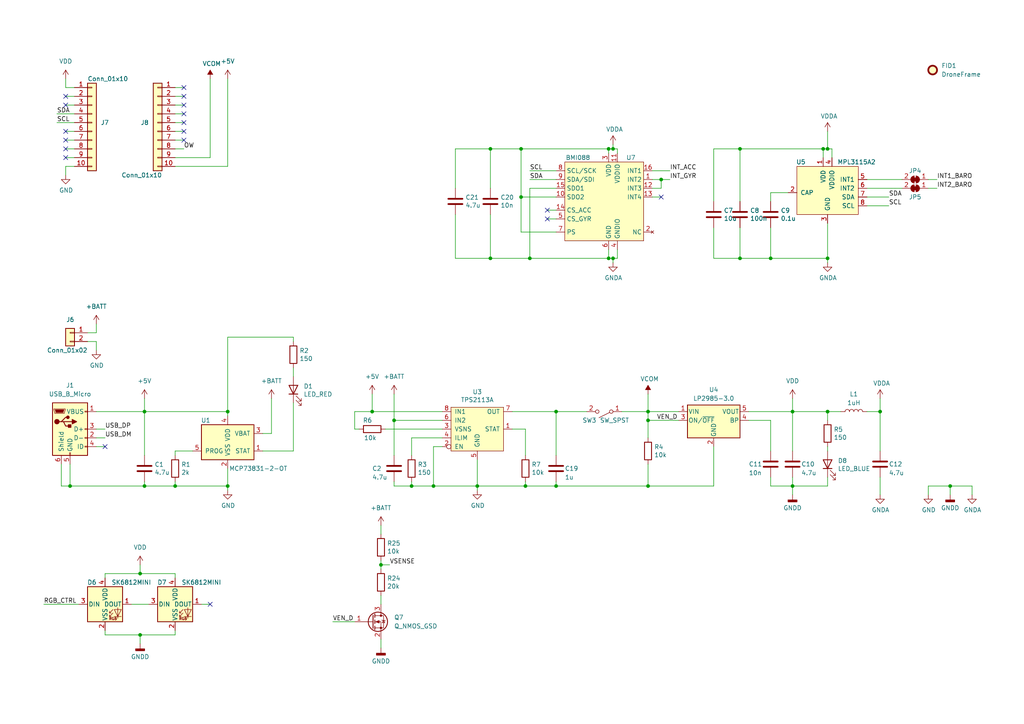
<source format=kicad_sch>
(kicad_sch (version 20230121) (generator eeschema)
  (paper "A4")
  (junction (at -69.85 29.21))
  (junction (at -30.48 71.12))
  (junction (at 82.55 222.25))
  (junction (at -52.07 128.27))
  (junction (at 82.55 266.7))
  (junction (at 176.53 43.18))
  (junction (at 187.96 140.97))
  (junction (at -54.61 128.27))
  (junction (at 125.73 140.97))
  (junction (at -74.93 104.14))
  (junction (at 177.8 43.18))
  (junction (at -5.08 -15.24))
  (junction (at 82.55 294.64))
  (junction (at 35.56 250.19))
  (junction (at 20.32 140.97))
  (junction (at -30.48 20.32))
  (junction (at 275.59 140.97))
  (junction (at 138.43 140.97))
  (junction (at 107.95 119.38))
  (junction (at 240.03 74.93))
  (junction (at 177.8 74.93))
  (junction (at 110.49 163.83))
  (junction (at 238.76 43.18))
  (junction (at 82.55 250.19))
  (junction (at 161.29 119.38))
  (junction (at 161.29 140.97))
  (junction (at 35.56 222.25))
  (junction (at -15.24 -15.24))
  (junction (at -5.08 -74.93))
  (junction (at 38.1 -15.24))
  (junction (at 223.52 74.93))
  (junction (at 176.53 74.93))
  (junction (at 214.63 74.93))
  (junction (at 40.64 184.15))
  (junction (at 38.1 -74.93))
  (junction (at 82.55 233.68))
  (junction (at 229.87 140.97))
  (junction (at 40.64 166.37))
  (junction (at 187.96 119.38))
  (junction (at -30.48 55.88))
  (junction (at 66.04 119.38))
  (junction (at -5.08 -60.96))
  (junction (at 66.04 140.97))
  (junction (at 26.67 240.03))
  (junction (at 255.27 119.38))
  (junction (at 119.38 140.97))
  (junction (at 41.91 119.38))
  (junction (at -15.24 -74.93))
  (junction (at 26.67 284.48))
  (junction (at 214.63 43.18))
  (junction (at 114.3 121.92))
  (junction (at 240.03 43.18))
  (junction (at 152.4 140.97))
  (junction (at 151.13 43.18))
  (junction (at 151.13 57.15))
  (junction (at 153.67 74.93))
  (junction (at 73.66 284.48))
  (junction (at -30.48 34.29))
  (junction (at 83.82 -45.72))
  (junction (at 35.56 233.68))
  (junction (at 229.87 119.38))
  (junction (at 191.77 52.07))
  (junction (at 41.91 140.97))
  (junction (at 142.24 74.93))
  (junction (at 50.8 140.97))
  (junction (at 35.56 278.13))
  (junction (at 35.56 266.7))
  (junction (at 82.55 278.13))
  (junction (at 73.66 240.03))
  (junction (at -68.58 46.99))
  (junction (at 187.96 121.92))
  (junction (at 240.03 119.38))
  (junction (at 35.56 294.64))
  (junction (at 142.24 43.18))
  (no_connect (at 53.34 33.02))
  (no_connect (at 19.05 40.64))
  (no_connect (at 19.05 38.1))
  (no_connect (at 19.05 30.48))
  (no_connect (at -30.48 106.68))
  (no_connect (at -30.48 96.52))
  (no_connect (at 19.05 43.18))
  (no_connect (at -30.48 104.14))
  (no_connect (at 53.34 27.94))
  (no_connect (at 30.48 129.54))
  (no_connect (at 158.75 60.96))
  (no_connect (at 60.96 175.26))
  (no_connect (at 53.34 25.4))
  (no_connect (at -30.48 114.3))
  (no_connect (at 53.34 30.48))
  (no_connect (at -72.39 88.9))
  (no_connect (at -30.48 101.6))
  (no_connect (at 19.05 45.72))
  (no_connect (at -30.48 116.84))
  (no_connect (at 53.34 38.1))
  (no_connect (at -30.48 119.38))
  (no_connect (at 53.34 40.64))
  (no_connect (at 158.75 63.5))
  (no_connect (at 19.05 27.94))
  (no_connect (at -30.48 111.76))
  (no_connect (at 53.34 35.56))
  (no_connect (at 191.77 57.15))
  (wire (pts (xy 19.05 45.72) (xy 21.59 45.72)))
  (wire (pts (xy 191.77 54.61) (xy 191.77 52.07)))
  (wire (pts (xy 125.73 140.97) (xy 138.43 140.97)))
  (wire (pts (xy 50.8 167.64) (xy 50.8 166.37)))
  (wire (pts (xy 35.56 265.43) (xy 35.56 266.7)))
  (wire (pts (xy 50.8 166.37) (xy 40.64 166.37)))
  (wire (pts (xy 158.75 63.5) (xy 161.29 63.5)))
  (wire (pts (xy -34.29 88.9) (xy -26.67 88.9)))
  (wire (pts (xy 207.01 43.18) (xy 207.01 58.42)))
  (wire (pts (xy 26.67 250.19) (xy 35.56 250.19)))
  (wire (pts (xy -5.08 -60.96) (xy -5.08 -46.99)))
  (wire (pts (xy 66.04 -30.48) (xy 96.52 -30.48)))
  (wire (pts (xy 176.53 44.45) (xy 176.53 43.18)))
  (wire (pts (xy 229.87 140.97) (xy 223.52 140.97)))
  (wire (pts (xy 241.3 43.18) (xy 240.03 43.18)))
  (wire (pts (xy -74.93 46.99) (xy -68.58 46.99)))
  (wire (pts (xy 82.55 265.43) (xy 82.55 266.7)))
  (wire (pts (xy 187.96 140.97) (xy 207.01 140.97)))
  (wire (pts (xy -34.29 93.98) (xy -31.75 93.98)))
  (wire (pts (xy 29.21 232.41) (xy 29.21 233.68)))
  (wire (pts (xy -34.29 91.44) (xy -26.67 91.44)))
  (wire (pts (xy 38.1 -15.24) (xy 38.1 -12.7)))
  (wire (pts (xy 161.29 139.7) (xy 161.29 140.97)))
  (wire (pts (xy 58.42 175.26) (xy 60.96 175.26)))
  (wire (pts (xy -49.53 20.32) (xy -30.48 20.32)))
  (wire (pts (xy 275.59 140.97) (xy 281.94 140.97)))
  (wire (pts (xy 128.27 127) (xy 119.38 127)))
  (wire (pts (xy 82.55 274.32) (xy 83.82 274.32)))
  (wire (pts (xy 26.67 294.64) (xy 35.56 294.64)))
  (wire (pts (xy 50.8 45.72) (xy 60.96 45.72)))
  (wire (pts (xy 30.48 182.88) (xy 30.48 184.15)))
  (wire (pts (xy 152.4 124.46) (xy 152.4 132.08)))
  (wire (pts (xy 82.55 278.13) (xy 82.55 279.4)))
  (wire (pts (xy 16.51 33.02) (xy 21.59 33.02)))
  (wire (pts (xy 66.04 119.38) (xy 66.04 97.79)))
  (wire (pts (xy 30.48 166.37) (xy 40.64 166.37)))
  (wire (pts (xy 66.04 -58.42) (xy 69.85 -58.42)))
  (wire (pts (xy 36.83 227.33) (xy 35.56 227.33)))
  (wire (pts (xy 60.96 22.86) (xy 60.96 45.72)))
  (wire (pts (xy 82.55 227.33) (xy 82.55 222.25)))
  (wire (pts (xy 110.49 152.4) (xy 110.49 154.94)))
  (wire (pts (xy 142.24 74.93) (xy 153.67 74.93)))
  (wire (pts (xy 80.01 -35.56) (xy 80.01 -36.83)))
  (wire (pts (xy 275.59 140.97) (xy 275.59 143.51)))
  (wire (pts (xy 78.74 115.57) (xy 78.74 125.73)))
  (wire (pts (xy -30.48 20.32) (xy -30.48 22.86)))
  (wire (pts (xy 41.91 139.7) (xy 41.91 140.97)))
  (wire (pts (xy -30.48 55.88) (xy -30.48 59.69)))
  (wire (pts (xy 128.27 129.54) (xy 125.73 129.54)))
  (wire (pts (xy -34.29 114.3) (xy -30.48 114.3)))
  (wire (pts (xy 161.29 140.97) (xy 187.96 140.97)))
  (wire (pts (xy 82.55 229.87) (xy 82.55 233.68)))
  (wire (pts (xy 72.39 240.03) (xy 73.66 240.03)))
  (wire (pts (xy 35.56 289.56) (xy 35.56 294.64)))
  (wire (pts (xy 40.64 166.37) (xy 40.64 163.83)))
  (wire (pts (xy 29.21 233.68) (xy 35.56 233.68)))
  (wire (pts (xy -49.53 36.83) (xy -68.58 36.83)))
  (wire (pts (xy 25.4 99.06) (xy 27.94 99.06)))
  (wire (pts (xy 76.2 125.73) (xy 78.74 125.73)))
  (wire (pts (xy 96.52 -74.93) (xy 38.1 -74.93)))
  (wire (pts (xy 66.04 -38.1) (xy 69.85 -38.1)))
  (wire (pts (xy 251.46 57.15) (xy 257.81 57.15)))
  (wire (pts (xy 76.2 232.41) (xy 76.2 233.68)))
  (wire (pts (xy 132.08 43.18) (xy 142.24 43.18)))
  (wire (pts (xy 30.48 184.15) (xy 40.64 184.15)))
  (wire (pts (xy 25.4 96.52) (xy 27.94 96.52)))
  (wire (pts (xy 20.32 140.97) (xy 20.32 134.62)))
  (wire (pts (xy 55.88 130.81) (xy 50.8 130.81)))
  (wire (pts (xy 269.24 140.97) (xy 275.59 140.97)))
  (wire (pts (xy 35.56 294.64) (xy 35.56 295.91)))
  (wire (pts (xy 119.38 139.7) (xy 119.38 140.97)))
  (wire (pts (xy -49.53 34.29) (xy -49.53 36.83)))
  (wire (pts (xy 35.56 271.78) (xy 35.56 266.7)))
  (wire (pts (xy 38.1 175.26) (xy 43.18 175.26)))
  (wire (pts (xy -49.53 41.91) (xy -49.53 39.37)))
  (wire (pts (xy 35.56 222.25) (xy 29.21 222.25)))
  (wire (pts (xy 26.67 293.37) (xy 26.67 294.64)))
  (wire (pts (xy -68.58 36.83) (xy -68.58 46.99)))
  (wire (pts (xy 255.27 138.43) (xy 255.27 143.51)))
  (wire (pts (xy 152.4 139.7) (xy 152.4 140.97)))
  (wire (pts (xy -72.39 88.9) (xy -69.85 88.9)))
  (wire (pts (xy 177.8 74.93) (xy 177.8 76.2)))
  (wire (pts (xy 111.76 124.46) (xy 128.27 124.46)))
  (wire (pts (xy 207.01 66.04) (xy 207.01 74.93)))
  (wire (pts (xy 251.46 59.69) (xy 257.81 59.69)))
  (wire (pts (xy 229.87 140.97) (xy 229.87 143.51)))
  (wire (pts (xy 238.76 43.18) (xy 240.03 43.18)))
  (wire (pts (xy 16.51 35.56) (xy 21.59 35.56)))
  (wire (pts (xy 187.96 134.62) (xy 187.96 140.97)))
  (wire (pts (xy -52.07 128.27) (xy -54.61 128.27)))
  (wire (pts (xy 107.95 119.38) (xy 128.27 119.38)))
  (wire (pts (xy 83.82 -45.72) (xy 83.82 -48.26)))
  (wire (pts (xy 50.8 30.48) (xy 53.34 30.48)))
  (wire (pts (xy 26.67 241.3) (xy 26.67 240.03)))
  (wire (pts (xy -19.05 91.44) (xy -13.97 91.44)))
  (wire (pts (xy 35.56 274.32) (xy 36.83 274.32)))
  (wire (pts (xy 35.56 278.13) (xy 35.56 279.4)))
  (wire (pts (xy 41.91 140.97) (xy 20.32 140.97)))
  (wire (pts (xy -15.24 -46.99) (xy -15.24 -74.93)))
  (wire (pts (xy 223.52 121.92) (xy 217.17 121.92)))
  (wire (pts (xy 66.04 48.26) (xy 66.04 22.86)))
  (wire (pts (xy 50.8 27.94) (xy 53.34 27.94)))
  (wire (pts (xy 35.56 274.32) (xy 35.56 278.13)))
  (wire (pts (xy 85.09 106.68) (xy 85.09 109.22)))
  (wire (pts (xy -49.53 52.07) (xy -49.53 55.88)))
  (wire (pts (xy 177.8 41.91) (xy 177.8 43.18)))
  (wire (pts (xy 240.03 119.38) (xy 240.03 121.92)))
  (wire (pts (xy 40.64 184.15) (xy 50.8 184.15)))
  (wire (pts (xy 180.34 119.38) (xy 187.96 119.38)))
  (wire (pts (xy 138.43 140.97) (xy 152.4 140.97)))
  (wire (pts (xy 29.21 276.86) (xy 29.21 278.13)))
  (wire (pts (xy 73.66 285.75) (xy 73.66 284.48)))
  (wire (pts (xy 35.56 229.87) (xy 36.83 229.87)))
  (wire (pts (xy -74.93 128.27) (xy -54.61 128.27)))
  (wire (pts (xy 26.67 240.03) (xy 27.94 240.03)))
  (wire (pts (xy 83.82 -45.72) (xy 87.63 -45.72)))
  (wire (pts (xy 132.08 62.23) (xy 132.08 74.93)))
  (wire (pts (xy -69.85 104.14) (xy -74.93 104.14)))
  (wire (pts (xy 27.94 119.38) (xy 41.91 119.38)))
  (wire (pts (xy -17.78 20.32) (xy -17.78 24.13)))
  (wire (pts (xy 50.8 40.64) (xy 53.34 40.64)))
  (wire (pts (xy 82.55 245.11) (xy 82.55 250.19)))
  (wire (pts (xy -78.74 99.06) (xy -69.85 99.06)))
  (wire (pts (xy -52.07 130.81) (xy -52.07 128.27)))
  (wire (pts (xy 26.67 248.92) (xy 26.67 250.19)))
  (wire (pts (xy 76.2 278.13) (xy 82.55 278.13)))
  (wire (pts (xy -59.69 46.99) (xy -57.15 46.99)))
  (wire (pts (xy 80.01 -44.45) (xy 80.01 -45.72)))
  (wire (pts (xy 255.27 119.38) (xy 251.46 119.38)))
  (wire (pts (xy 66.04 -45.72) (xy 69.85 -45.72)))
  (wire (pts (xy 83.82 271.78) (xy 82.55 271.78)))
  (wire (pts (xy 189.23 54.61) (xy 191.77 54.61)))
  (wire (pts (xy 223.52 130.81) (xy 223.52 121.92)))
  (wire (pts (xy -49.53 55.88) (xy -30.48 55.88)))
  (wire (pts (xy 19.05 48.26) (xy 21.59 48.26)))
  (wire (pts (xy 17.78 134.62) (xy 17.78 140.97)))
  (wire (pts (xy 125.73 129.54) (xy 125.73 140.97)))
  (wire (pts (xy -49.53 39.37) (xy -69.85 39.37)))
  (wire (pts (xy 151.13 43.18) (xy 176.53 43.18)))
  (wire (pts (xy 158.75 60.96) (xy 161.29 60.96)))
  (wire (pts (xy -17.78 34.29) (xy -30.48 34.29)))
  (wire (pts (xy 179.07 72.39) (xy 179.07 74.93)))
  (wire (pts (xy 50.8 184.15) (xy 50.8 182.88)))
  (wire (pts (xy -95.25 99.06) (xy -86.36 99.06)))
  (wire (pts (xy 132.08 54.61) (xy 132.08 43.18)))
  (wire (pts (xy -19.05 88.9) (xy -13.97 88.9)))
  (wire (pts (xy 66.04 -35.56) (xy 80.01 -35.56)))
  (wire (pts (xy -17.78 55.88) (xy -17.78 60.96)))
  (wire (pts (xy 30.48 167.64) (xy 30.48 166.37)))
  (wire (pts (xy 217.17 119.38) (xy 229.87 119.38)))
  (wire (pts (xy 110.49 163.83) (xy 113.03 163.83)))
  (wire (pts (xy -69.85 29.21) (xy -67.31 29.21)))
  (wire (pts (xy 114.3 132.08) (xy 114.3 121.92)))
  (wire (pts (xy -5.08 -39.37) (xy -5.08 -15.24)))
  (wire (pts (xy -34.29 119.38) (xy -30.48 119.38)))
  (wire (pts (xy -5.08 -15.24) (xy 38.1 -15.24)))
  (wire (pts (xy 80.01 -45.72) (xy 83.82 -45.72)))
  (wire (pts (xy 73.66 240.03) (xy 74.93 240.03)))
  (wire (pts (xy -49.53 24.13) (xy -49.53 20.32)))
  (wire (pts (xy 82.55 294.64) (xy 82.55 295.91)))
  (wire (pts (xy 223.52 66.04) (xy 223.52 74.93)))
  (wire (pts (xy 66.04 -50.8) (xy 69.85 -50.8)))
  (wire (pts (xy 187.96 119.38) (xy 196.85 119.38)))
  (wire (pts (xy 66.04 -53.34) (xy 69.85 -53.34)))
  (wire (pts (xy 189.23 57.15) (xy 191.77 57.15)))
  (wire (pts (xy 85.09 97.79) (xy 85.09 99.06)))
  (wire (pts (xy 138.43 140.97) (xy 138.43 142.24)))
  (wire (pts (xy 269.24 143.51) (xy 269.24 140.97)))
  (wire (pts (xy -30.48 69.85) (xy -30.48 71.12)))
  (wire (pts (xy 114.3 140.97) (xy 119.38 140.97)))
  (wire (pts (xy 41.91 140.97) (xy 50.8 140.97)))
  (wire (pts (xy 161.29 119.38) (xy 161.29 132.08)))
  (wire (pts (xy 207.01 74.93) (xy 214.63 74.93)))
  (wire (pts (xy 82.55 220.98) (xy 82.55 222.25)))
  (wire (pts (xy 102.87 119.38) (xy 107.95 119.38)))
  (wire (pts (xy 96.52 -30.48) (xy 96.52 -36.83)))
  (wire (pts (xy -5.08 -74.93) (xy -5.08 -72.39)))
  (wire (pts (xy 176.53 43.18) (xy 177.8 43.18)))
  (wire (pts (xy 114.3 139.7) (xy 114.3 140.97)))
  (wire (pts (xy 27.94 127) (xy 30.48 127)))
  (wire (pts (xy 29.21 266.7) (xy 29.21 269.24)))
  (wire (pts (xy -34.29 111.76) (xy -30.48 111.76)))
  (wire (pts (xy 151.13 57.15) (xy 161.29 57.15)))
  (wire (pts (xy 73.66 293.37) (xy 73.66 294.64)))
  (wire (pts (xy -49.53 77.47) (xy -49.53 81.28)))
  (wire (pts (xy 76.2 233.68) (xy 82.55 233.68)))
  (wire (pts (xy 187.96 121.92) (xy 196.85 121.92)))
  (wire (pts (xy 189.23 49.53) (xy 194.31 49.53)))
  (wire (pts (xy 50.8 25.4) (xy 53.34 25.4)))
  (wire (pts (xy 73.66 294.64) (xy 82.55 294.64)))
  (wire (pts (xy 35.56 233.68) (xy 35.56 234.95)))
  (wire (pts (xy 27.94 124.46) (xy 30.48 124.46)))
  (wire (pts (xy 27.94 96.52) (xy 27.94 93.98)))
  (wire (pts (xy 229.87 119.38) (xy 240.03 119.38)))
  (wire (pts (xy 66.04 -43.18) (xy 69.85 -43.18)))
  (wire (pts (xy 223.52 74.93) (xy 240.03 74.93)))
  (wire (pts (xy 35.56 227.33) (xy 35.56 222.25)))
  (wire (pts (xy 153.67 74.93) (xy 176.53 74.93)))
  (wire (pts (xy 161.29 119.38) (xy 170.18 119.38)))
  (wire (pts (xy 73.66 241.3) (xy 73.66 240.03)))
  (wire (pts (xy 73.66 248.92) (xy 73.66 250.19)))
  (wire (pts (xy -74.93 124.46) (xy -74.93 128.27)))
  (wire (pts (xy 281.94 140.97) (xy 281.94 143.51)))
  (wire (pts (xy 29.21 278.13) (xy 35.56 278.13)))
  (wire (pts (xy -15.24 -15.24) (xy -25.4 -15.24)))
  (wire (pts (xy 151.13 57.15) (xy 151.13 43.18)))
  (wire (pts (xy 187.96 114.3) (xy 187.96 119.38)))
  (wire (pts (xy 19.05 25.4) (xy 21.59 25.4)))
  (wire (pts (xy -34.29 99.06) (xy -31.75 99.06)))
  (wire (pts (xy 261.62 54.61) (xy 251.46 54.61)))
  (wire (pts (xy 191.77 52.07) (xy 194.31 52.07)))
  (wire (pts (xy 176.53 72.39) (xy 176.53 74.93)))
  (wire (pts (xy 82.55 274.32) (xy 82.55 278.13)))
  (wire (pts (xy 35.56 266.7) (xy 29.21 266.7)))
  (wire (pts (xy 132.08 74.93) (xy 142.24 74.93)))
  (wire (pts (xy 36.83 271.78) (xy 35.56 271.78)))
  (wire (pts (xy 229.87 115.57) (xy 229.87 119.38)))
  (wire (pts (xy 57.15 240.03) (xy 64.77 240.03)))
  (wire (pts (xy 27.94 99.06) (xy 27.94 101.6)))
  (wire (pts (xy -25.4 -74.93) (xy -15.24 -74.93)))
  (wire (pts (xy 102.87 124.46) (xy 102.87 119.38)))
  (wire (pts (xy 187.96 119.38) (xy 187.96 121.92)))
  (wire (pts (xy 161.29 54.61) (xy 153.67 54.61)))
  (wire (pts (xy -34.29 106.68) (xy -30.48 106.68)))
  (wire (pts (xy 214.63 74.93) (xy 223.52 74.93)))
  (wire (pts (xy 73.66 250.19) (xy 82.55 250.19)))
  (wire (pts (xy -74.93 29.21) (xy -69.85 29.21)))
  (wire (pts (xy 76.2 276.86) (xy 76.2 278.13)))
  (wire (pts (xy 119.38 127) (xy 119.38 132.08)))
  (wire (pts (xy -95.25 96.52) (xy -86.36 96.52)))
  (wire (pts (xy 153.67 49.53) (xy 161.29 49.53)))
  (wire (pts (xy 238.76 45.72) (xy 238.76 43.18)))
  (wire (pts (xy 114.3 114.3) (xy 114.3 121.92)))
  (wire (pts (xy 240.03 74.93) (xy 240.03 76.2)))
  (wire (pts (xy 114.3 121.92) (xy 128.27 121.92)))
  (wire (pts (xy -52.07 128.27) (xy -49.53 128.27)))
  (wire (pts (xy 138.43 133.35) (xy 138.43 140.97)))
  (wire (pts (xy 87.63 -45.72) (xy 87.63 -44.45)))
  (wire (pts (xy 19.05 50.8) (xy 19.05 48.26)))
  (wire (pts (xy 2.54 -50.8) (xy 10.16 -50.8)))
  (wire (pts (xy 96.52 -44.45) (xy 96.52 -74.93)))
  (wire (pts (xy 50.8 140.97) (xy 66.04 140.97)))
  (wire (pts (xy -59.69 29.21) (xy -57.15 29.21)))
  (wire (pts (xy -34.29 104.14) (xy -30.48 104.14)))
  (wire (pts (xy 142.24 43.18) (xy 151.13 43.18)))
  (wire (pts (xy -54.61 128.27) (xy -54.61 127)))
  (wire (pts (xy 255.27 130.81) (xy 255.27 119.38)))
  (wire (pts (xy 82.55 229.87) (xy 83.82 229.87)))
  (wire (pts (xy -5.08 -74.93) (xy 38.1 -74.93)))
  (wire (pts (xy 176.53 74.93) (xy 177.8 74.93)))
  (wire (pts (xy -25.4 -39.37) (xy -25.4 -15.24)))
  (wire (pts (xy -30.48 34.29) (xy -30.48 36.83)))
  (wire (pts (xy 153.67 52.07) (xy 161.29 52.07)))
  (wire (pts (xy 261.62 52.07) (xy 251.46 52.07)))
  (wire (pts (xy 240.03 138.43) (xy 240.03 140.97)))
  (wire (pts (xy 151.13 67.31) (xy 151.13 57.15)))
  (wire (pts (xy 104.14 124.46) (xy 102.87 124.46)))
  (wire (pts (xy 179.07 43.18) (xy 179.07 44.45)))
  (wire (pts (xy 35.56 229.87) (xy 35.56 233.68)))
  (wire (pts (xy 19.05 22.86) (xy 19.05 25.4)))
  (wire (pts (xy 19.05 43.18) (xy 21.59 43.18)))
  (wire (pts (xy 66.04 135.89) (xy 66.04 140.97)))
  (wire (pts (xy 35.56 250.19) (xy 35.56 251.46)))
  (wire (pts (xy 107.95 114.3) (xy 107.95 119.38)))
  (wire (pts (xy -5.08 -60.96) (xy 10.16 -60.96)))
  (wire (pts (xy 35.56 245.11) (xy 35.56 250.19)))
  (wire (pts (xy 87.63 -33.02) (xy 87.63 -36.83)))
  (wire (pts (xy 223.52 140.97) (xy 223.52 138.43)))
  (wire (pts (xy 148.59 124.46) (xy 152.4 124.46)))
  (wire (pts (xy 50.8 43.18) (xy 53.34 43.18)))
  (wire (pts (xy 35.56 220.98) (xy 35.56 222.25)))
  (wire (pts (xy -15.24 -15.24) (xy -5.08 -15.24)))
  (wire (pts (xy -15.24 -74.93) (xy -5.08 -74.93)))
  (wire (pts (xy 82.55 222.25) (xy 76.2 222.25)))
  (wire (pts (xy 189.23 52.07) (xy 191.77 52.07)))
  (wire (pts (xy 41.91 119.38) (xy 66.04 119.38)))
  (wire (pts (xy 269.24 52.07) (xy 271.78 52.07)))
  (wire (pts (xy 76.2 130.81) (xy 85.09 130.81)))
  (wire (pts (xy 142.24 62.23) (xy 142.24 74.93)))
  (wire (pts (xy 96.52 180.34) (xy 102.87 180.34)))
  (wire (pts (xy 269.24 54.61) (xy 271.78 54.61)))
  (wire (pts (xy 161.29 67.31) (xy 151.13 67.31)))
  (wire (pts (xy 83.82 227.33) (xy 82.55 227.33)))
  (wire (pts (xy 66.04 140.97) (xy 66.04 142.24)))
  (wire (pts (xy 214.63 43.18) (xy 207.01 43.18)))
  (wire (pts (xy 50.8 35.56) (xy 53.34 35.56)))
  (wire (pts (xy 38.1 -74.93) (xy 38.1 -66.04)))
  (wire (pts (xy 110.49 185.42) (xy 110.49 187.96)))
  (wire (pts (xy 41.91 132.08) (xy 41.91 119.38)))
  (wire (pts (xy -34.29 96.52) (xy -30.48 96.52)))
  (wire (pts (xy -17.78 71.12) (xy -17.78 68.58)))
  (wire (pts (xy 19.05 38.1) (xy 21.59 38.1)))
  (wire (pts (xy 240.03 119.38) (xy 243.84 119.38)))
  (wire (pts (xy 142.24 54.61) (xy 142.24 43.18)))
  (wire (pts (xy 50.8 33.02) (xy 53.34 33.02)))
  (wire (pts (xy 110.49 172.72) (xy 110.49 175.26)))
  (wire (pts (xy 50.8 139.7) (xy 50.8 140.97)))
  (wire (pts (xy 223.52 58.42) (xy 223.52 55.88)))
  (wire (pts (xy 66.04 -25.4) (xy 69.85 -25.4)))
  (wire (pts (xy 76.2 266.7) (xy 76.2 269.24)))
  (wire (pts (xy 26.67 284.48) (xy 27.94 284.48)))
  (wire (pts (xy 240.03 140.97) (xy 229.87 140.97)))
  (wire (pts (xy 27.94 129.54) (xy 30.48 129.54)))
  (wire (pts (xy 38.1 -20.32) (xy 38.1 -15.24)))
  (wire (pts (xy 41.91 115.57) (xy 41.91 119.38)))
  (wire (pts (xy 153.67 54.61) (xy 153.67 74.93)))
  (wire (pts (xy 50.8 38.1) (xy 53.34 38.1)))
  (wire (pts (xy 19.05 40.64) (xy 21.59 40.64)))
  (wire (pts (xy 229.87 138.43) (xy 229.87 140.97)))
  (wire (pts (xy 66.04 -27.94) (xy 69.85 -27.94)))
  (wire (pts (xy 82.55 289.56) (xy 82.55 294.64)))
  (wire (pts (xy 66.04 -60.96) (xy 69.85 -60.96)))
  (wire (pts (xy 110.49 163.83) (xy 110.49 165.1)))
  (wire (pts (xy 255.27 115.57) (xy 255.27 119.38)))
  (wire (pts (xy 50.8 48.26) (xy 66.04 48.26)))
  (wire (pts (xy 26.67 285.75) (xy 26.67 284.48)))
  (wire (pts (xy 2.54 -53.34) (xy 10.16 -53.34)))
  (wire (pts (xy -49.53 128.27) (xy -49.53 127)))
  (wire (pts (xy 57.15 284.48) (xy 64.77 284.48)))
  (wire (pts (xy 177.8 43.18) (xy 179.07 43.18)))
  (wire (pts (xy -34.29 116.84) (xy -30.48 116.84)))
  (wire (pts (xy -30.48 20.32) (xy -17.78 20.32)))
  (wire (pts (xy 82.55 266.7) (xy 76.2 266.7)))
  (wire (pts (xy -15.24 -39.37) (xy -15.24 -15.24)))
  (wire (pts (xy -78.74 96.52) (xy -69.85 96.52)))
  (wire (pts (xy 66.04 -40.64) (xy 69.85 -40.64)))
  (wire (pts (xy 119.38 140.97) (xy 125.73 140.97)))
  (wire (pts (xy 38.1 -76.2) (xy 38.1 -74.93)))
  (wire (pts (xy -25.4 -46.99) (xy -25.4 -74.93)))
  (wire (pts (xy 229.87 119.38) (xy 229.87 130.81)))
  (wire (pts (xy 66.04 -33.02) (xy 87.63 -33.02)))
  (wire (pts (xy 223.52 55.88) (xy 228.6 55.88)))
  (wire (pts (xy 238.76 43.18) (xy 214.63 43.18)))
  (wire (pts (xy 19.05 27.94) (xy 21.59 27.94)))
  (wire (pts (xy -30.48 71.12) (xy -30.48 73.66)))
  (wire (pts (xy 207.01 129.54) (xy 207.01 140.97)))
  (wire (pts (xy 19.05 30.48) (xy 21.59 30.48)))
  (wire (pts (xy 241.3 45.72) (xy 241.3 43.18)))
  (wire (pts (xy 82.55 250.19) (xy 82.55 251.46)))
  (wire (pts (xy 25.4 284.48) (xy 26.67 284.48)))
  (wire (pts (xy 73.66 284.48) (xy 74.93 284.48)))
  (wire (pts (xy 177.8 74.93) (xy 179.07 74.93)))
  (wire (pts (xy 29.21 222.25) (xy 29.21 224.79)))
  (wire (pts (xy 40.64 184.15) (xy 40.64 186.69)))
  (wire (pts (xy 82.55 233.68) (xy 82.55 234.95)))
  (wire (pts (xy 214.63 66.04) (xy 214.63 74.93)))
  (wire (pts (xy 66.04 119.38) (xy 66.04 120.65)))
  (wire (pts (xy 85.09 116.84) (xy 85.09 130.81)))
  (wire (pts (xy 152.4 140.97) (xy 161.29 140.97)))
  (wire (pts (xy 66.04 97.79) (xy 85.09 97.79)))
  (wire (pts (xy -5.08 -64.77) (xy -5.08 -60.96)))
  (wire (pts (xy 10.16 284.48) (xy 17.78 284.48)))
  (wire (pts (xy 240.03 43.18) (xy 240.03 38.1)))
  (wire (pts (xy -34.29 101.6) (xy -30.48 101.6)))
  (wire (pts (xy 148.59 119.38) (xy 161.29 119.38)))
  (wire (pts (xy 214.63 43.18) (xy 214.63 58.42)))
  (wire (pts (xy -17.78 31.75) (xy -17.78 34.29)))
  (wire (pts (xy 25.4 240.03) (xy 26.67 240.03)))
  (wire (pts (xy -30.48 55.88) (xy -17.78 55.88)))
  (wire (pts (xy -30.48 33.02) (xy -30.48 34.29)))
  (wire (pts (xy 17.78 140.97) (xy 20.32 140.97)))
  (wire (pts (xy 240.03 64.77) (xy 240.03 74.93)))
  (wire (pts (xy -69.85 39.37) (xy -69.85 29.21)))
  (wire (pts (xy 110.49 162.56) (xy 110.49 163.83)))
  (wire (pts (xy -74.93 77.47) (xy -74.93 104.14)))
  (wire (pts (xy 10.16 240.03) (xy 17.78 240.03)))
  (wire (pts (xy 76.2 222.25) (xy 76.2 224.79)))
  (wire (pts (xy -30.48 71.12) (xy -17.78 71.12)))
  (wire (pts (xy 72.39 284.48) (xy 73.66 284.48)))
  (wire (pts (xy 50.8 130.81) (xy 50.8 132.08)))
  (wire (pts (xy 187.96 121.92) (xy 187.96 127)))
  (wire (pts (xy 12.7 175.26) (xy 22.86 175.26)))
  (wire (pts (xy 82.55 271.78) (xy 82.55 266.7)))
  (wire (pts (xy -54.61 77.47) (xy -54.61 81.28)))
  (wire (pts (xy 240.03 129.54) (xy 240.03 130.81)))
  (wire (pts (xy -74.93 104.14) (xy -74.93 116.84)))
  (wire (pts (xy -68.58 46.99) (xy -67.31 46.99)))
  (text "TODO add UART Programmer Port" (at -76.2 67.31 0) (effects (font (size 1.27 1.27)) (justify left bottom)))
  (label "VSENSE" (at 113.03 163.83 0))
  (label "USB_DM" (at 30.48 127 0))
  (label "GPIO9" (at 69.85 -27.94 0))
  (label "OW" (at 2.54 -50.8 0))
  (label "SCL" (at 153.67 49.53 0))
  (label "SDA" (at 72.39 -35.56 0))
  (label "MOTOR2" (at 57.15 240.03 0))
  (label "SDA" (at 16.51 33.02 0))
  (label "INT1_BARO" (at 69.85 -25.4 0))
  (label "INT_GYR" (at 194.31 52.07 0))
  (label "INT2_BARO" (at 271.78 54.61 0))
  (label "MOTOR3" (at 69.85 -40.64 0))
  (label "GPIO9" (at -34.29 55.88 0))
  (label "INT_GYR" (at 69.85 -50.8 0))
  (label "VEN_D" (at 190.5 121.92 0))
  (label "SDA" (at 257.81 57.15 0))
  (label "OW" (at 53.34 43.18 0))
  (label "SCL" (at 16.51 35.56 0))
  (label "MOTOR4" (at 57.15 284.48 0))
  (label "RGB_CTRL" (at 12.7 175.26 0))
  (label "CHIP_EN" (at -1.27 -60.96 0))
  (label "SCL" (at 72.39 -33.02 0))
  (label "INT_ACC" (at 69.85 -53.34 0))
  (label "UORXD" (at -13.97 88.9 0))
  (label "U0RXD" (at 69.85 -60.96 0))
  (label "MOTOR3" (at 10.16 284.48 0))
  (label "MOTOR1" (at 10.16 240.03 0))
  (label "U0TXD" (at 69.85 -58.42 0))
  (label "MOTOR1" (at 69.85 -45.72 0))
  (label "USB_DP" (at -95.25 99.06 0))
  (label "SCL" (at 257.81 59.69 0))
  (label "RTS" (at -31.75 93.98 0))
  (label "DTR" (at -74.93 29.21 0))
  (label "USB_DM" (at -95.25 96.52 0))
  (label "USB_DP" (at 30.48 124.46 0))
  (label "VEN_D" (at 96.52 180.34 0))
  (label "U0TXD" (at -13.97 91.44 0))
  (label "INT1_BARO" (at 271.78 52.07 0))
  (label "MOTOR2" (at 69.85 -43.18 0))
  (label "DTR" (at -31.75 99.06 0))
  (label "MOTOR4" (at 69.85 -38.1 0))
  (label "CHIP_EN" (at -34.29 20.32 0))
  (label "RGB_CTRL" (at 69.85 -30.48 0))
  (label "RTS" (at -74.93 46.99 0))
  (label "INT_ACC" (at 194.31 49.53 0))
  (label "SDA" (at 153.67 52.07 0))
  (label "VSENSE" (at 2.54 -53.34 0))
  (symbol (lib_id "riskybird-rescue:MCP73831-2-OT-Battery_Management") (at 66.04 128.27 0) (unit 1)
    (property "Reference" "U1" (at 59.69 121.92 0))
    (property "Value" "MCP73831-2-OT" (at 74.93 135.89 0))
    (property "Footprint" "Package_TO_SOT_SMD:SOT-23-5" (effects hide))
    (property "Datasheet" "http://ww1.microchip.com/downloads/en/DeviceDoc/20001984g.pdf" (effects hide))
  )
  (symbol (lib_id "riskybird-rescue:MPL3115A2-slice") (at 240.03 55.88 0) (unit 1)
    (property "Reference" "U5" (at 233.68 46.99 0) (effects (justify right)))
    (property "Value" "MPL3115A2" (at 254 46.99 0) (effects (justify right)))
    (property "Footprint" "riskybird:MPL3115A2" (effects hide))
  )
  (symbol (lib_id "Device:C") (at 223.52 62.23 0) (unit 1)
    (property "Reference" "C9" (at 226.441 61.0616 0) (effects (justify left)))
    (property "Value" "0.1u" (at 226.441 63.373 0) (effects (justify left)))
    (property "Footprint" "Capacitor_SMD:C_0603_1608Metric_Pad1.08x0.95mm_HandSolder" (effects hide))
  )
  (symbol (lib_id "Device:C") (at 214.63 62.23 0) (unit 1)
    (property "Reference" "C8" (at 217.551 61.0616 0) (effects (justify left)))
    (property "Value" "100n" (at 217.551 63.373 0) (effects (justify left)))
    (property "Footprint" "Capacitor_SMD:C_0603_1608Metric_Pad1.08x0.95mm_HandSolder" (effects hide))
  )
  (symbol (lib_id "Device:C") (at 207.01 62.23 0) (unit 1)
    (property "Reference" "C7" (at 209.931 61.0616 0) (effects (justify left)))
    (property "Value" "10u" (at 209.931 63.373 0) (effects (justify left)))
    (property "Footprint" "Capacitor_SMD:C_0603_1608Metric_Pad1.08x0.95mm_HandSolder" (effects hide))
  )
  (symbol (lib_id "power:GNDA") (at 240.03 76.2 0) (unit 1)
    (property "Reference" "#PWR0104" (effects hide))
    (property "Value" "GNDA" (at 240.157 80.5942 0))
  )
  (symbol (lib_id "power:VDDA") (at 240.03 38.1 0) (unit 1)
    (property "Reference" "#PWR0105" (effects hide))
    (property "Value" "VDDA" (at 240.4618 33.7058 0))
  )
  (symbol (lib_id "Jumper:SolderJumper_2_Bridged") (at 265.43 52.07 180) (unit 1)
    (property "Reference" "JP4" (at 265.43 49.53 0))
    (property "Value" "SolderJumper_2_Bridged" (effects hide))
    (property "Footprint" "Jumper:SolderJumper-2_P1.3mm_Bridged_Pad1.0x1.5mm" (effects hide))
  )
  (symbol (lib_id "Jumper:SolderJumper_2_Bridged") (at 265.43 54.61 0) (mirror y) (unit 1)
    (property "Reference" "JP5" (at 265.43 57.15 0))
    (property "Value" "SolderJumper_2_Bridged" (effects hide))
    (property "Footprint" "Jumper:SolderJumper-2_P1.3mm_Bridged_Pad1.0x1.5mm" (effects hide))
  )
  (symbol (lib_id "riskybird-rescue:TPS2113A-slice") (at 138.43 120.65 0) (unit 1)
    (property "Reference" "U3" (at 138.43 113.665 0))
    (property "Value" "TPS2113A" (at 138.43 115.9764 0))
    (property "Footprint" "Package_SO:TSSOP-8_4.4x3mm_P0.65mm" (effects hide))
  )
  (symbol (lib_id "power:GND") (at 138.43 142.24 0) (unit 1)
    (property "Reference" "#PWR0102" (effects hide))
    (property "Value" "GND" (at 138.557 146.6342 0))
  )
  (symbol (lib_id "Device:R") (at 119.38 135.89 0) (unit 1)
    (property "Reference" "R3" (at 121.158 134.7216 0) (effects (justify left)))
    (property "Value" "150" (at 121.158 137.033 0) (effects (justify left)))
    (property "Footprint" "Resistor_SMD:R_0603_1608Metric_Pad0.98x0.95mm_HandSolder" (effects hide))
  )
  (symbol (lib_id "Device:R") (at 50.8 135.89 0) (unit 1)
    (property "Reference" "R1" (at 52.578 134.7216 0) (effects (justify left)))
    (property "Value" "2k" (at 52.578 137.033 0) (effects (justify left)))
    (property "Footprint" "Resistor_SMD:R_0603_1608Metric_Pad0.98x0.95mm_HandSolder" (effects hide))
  )
  (symbol (lib_id "Device:C") (at 41.91 135.89 0) (unit 1)
    (property "Reference" "C1" (at 44.831 134.7216 0) (effects (justify left)))
    (property "Value" "4.7u" (at 44.831 137.033 0) (effects (justify left)))
    (property "Footprint" "Capacitor_SMD:C_0603_1608Metric_Pad1.08x0.95mm_HandSolder" (effects hide))
  )
  (symbol (lib_id "Device:C") (at 114.3 135.89 0) (unit 1)
    (property "Reference" "C2" (at 107.95 135.89 0) (effects (justify left)))
    (property "Value" "4.7u" (at 107.95 138.43 0) (effects (justify left)))
    (property "Footprint" "Capacitor_SMD:C_0603_1608Metric_Pad1.08x0.95mm_HandSolder" (effects hide))
  )
  (symbol (lib_id "Device:LED") (at 85.09 113.03 90) (unit 1)
    (property "Reference" "D1" (at 88.0618 112.0394 90) (effects (justify right)))
    (property "Value" "LED_RED" (at 88.0618 114.3508 90) (effects (justify right)))
    (property "Footprint" "LED_SMD:LED_0805_2012Metric_Pad1.15x1.40mm_HandSolder" (effects hide))
  )
  (symbol (lib_id "Device:R") (at 85.09 102.87 0) (unit 1)
    (property "Reference" "R2" (at 86.868 101.7016 0) (effects (justify left)))
    (property "Value" "150" (at 86.868 104.013 0) (effects (justify left)))
    (property "Footprint" "Resistor_SMD:R_0603_1608Metric_Pad0.98x0.95mm_HandSolder" (effects hide))
  )
  (symbol (lib_id "Device:Q_NMOS_GSD") (at 80.01 240.03 0) (unit 1)
    (property "Reference" "Q2" (at 86.36 238.76 0) (effects (justify left)))
    (property "Value" "SI2302" (at 86.36 241.3 0) (effects (justify left)))
    (property "Footprint" "Package_TO_SOT_SMD:SOT-23" (effects hide))
  )
  (symbol (lib_id "power:GNDD") (at 275.59 143.51 0) (unit 1)
    (property "Reference" "#PWR021" (effects hide))
    (property "Value" "GNDD" (at 275.59 147.32 0))
  )
  (symbol (lib_id "Regulator_Linear:LP2985-3.0") (at 207.01 121.92 0) (unit 1)
    (property "Reference" "U4" (at 207.01 113.03 0))
    (property "Value" "LP2985-3.0" (at 207.01 115.57 0))
    (property "Footprint" "Package_TO_SOT_SMD:SOT-23-5" (effects hide))
    (property "Datasheet" "http://www.ti.com/lit/ds/symlink/lp2985.pdf" (effects hide))
  )
  (symbol (lib_id "Device:R") (at 152.4 135.89 0) (unit 1)
    (property "Reference" "R7" (at 154.178 134.7216 0) (effects (justify left)))
    (property "Value" "10k" (at 154.178 137.033 0) (effects (justify left)))
    (property "Footprint" "Resistor_SMD:R_0603_1608Metric_Pad0.98x0.95mm_HandSolder" (effects hide))
  )
  (symbol (lib_id "Connector_Generic:Conn_01x10") (at 45.72 35.56 0) (mirror y) (unit 1)
    (property "Reference" "J8" (at 43.18 35.56 0) (effects (justify left)))
    (property "Value" "Conn_01x10" (at 46.99 50.8 0) (effects (justify left)))
    (property "Footprint" "riskybird:PinHeader_1x10_P2.00mm_Vertical_SMD_Pin1Right_THT" (effects hide))
  )
  (symbol (lib_id "power:GND") (at 82.55 251.46 0) (unit 1)
    (property "Reference" "#PWR07" (effects hide))
    (property "Value" "GND" (at 82.677 255.8542 0))
  )
  (symbol (lib_id "Connector_Generic:Conn_01x02") (at 88.9 271.78 0) (unit 1)
    (property "Reference" "J5" (at 91.44 271.78 0) (effects (justify left)))
    (property "Value" "Conn_01x02" (at 91.44 274.32 0) (effects (justify left)))
    (property "Footprint" "Connector_Molex:Molex_PicoBlade_53048-0210_1x02_P1.25mm_Horizontal" (effects hide))
  )
  (symbol (lib_id "Device:C") (at 229.87 134.62 0) (unit 1)
    (property "Reference" "C10" (at 232.41 134.62 0) (effects (justify left)))
    (property "Value" "4.7u" (at 232.41 137.16 0) (effects (justify left)))
    (property "Footprint" "Capacitor_SMD:C_0603_1608Metric_Pad1.08x0.95mm_HandSolder" (effects hide))
  )
  (symbol (lib_id "Device:C") (at -5.08 -43.18 0) (unit 1)
    (property "Reference" "C14" (at -2.159 -44.3484 0) (effects (justify left)))
    (property "Value" "0.1u" (at -2.159 -42.037 0) (effects (justify left)))
    (property "Footprint" "Capacitor_SMD:C_0603_1608Metric_Pad1.08x0.95mm_HandSolder" (effects hide))
  )
  (symbol (lib_id "Device:C") (at 223.52 134.62 0) (unit 1)
    (property "Reference" "C11" (at 217.17 134.62 0) (effects (justify left)))
    (property "Value" "10n" (at 217.17 137.16 0) (effects (justify left)))
    (property "Footprint" "Capacitor_SMD:C_0603_1608Metric_Pad1.08x0.95mm_HandSolder" (effects hide))
  )
  (symbol (lib_id "Device:C") (at -25.4 -43.18 0) (unit 1)
    (property "Reference" "C16" (at -22.479 -44.3484 0) (effects (justify left)))
    (property "Value" "10u" (at -22.479 -42.037 0) (effects (justify left)))
    (property "Footprint" "Capacitor_SMD:C_0603_1608Metric_Pad1.08x0.95mm_HandSolder" (effects hide))
  )
  (symbol (lib_id "Espressif:ESP32-C3-WROOM-02") (at 38.1 -43.18 0) (unit 1)
    (property "Reference" "U6" (at 40.2941 -68.58 0) (effects (justify left)))
    (property "Value" "ESP32-C3-WROOM-02" (at 40.2941 -66.04 0) (effects (justify left)))
    (property "Footprint" "Espressif:ESP32-C3-WROOM-02" (effects hide))
    (property "Datasheet" "https://www.espressif.com/sites/default/files/documentation/esp32-c3-wroom-02_datasheet_en.pdf" (effects hide))
  )
  (symbol (lib_id "Device:Q_NPN_BEC") (at -52.07 29.21 0) (unit 1)
    (property "Reference" "Q5" (at -45.72 27.94 0) (effects (justify left)))
    (property "Value" "DNBT8105-7" (at -45.72 30.48 0) (effects (justify left)))
    (property "Footprint" "Package_TO_SOT_SMD:SOT-23" (effects hide))
  )
  (symbol (lib_id "Connector_Generic:Conn_01x02") (at 41.91 271.78 0) (unit 1)
    (property "Reference" "J4" (at 44.45 271.78 0) (effects (justify left)))
    (property "Value" "Conn_01x02" (at 44.45 274.32 0) (effects (justify left)))
    (property "Footprint" "Connector_Molex:Molex_PicoBlade_53048-0210_1x02_P1.25mm_Horizontal" (effects hide))
  )
  (symbol (lib_id "LED:SK6812MINI") (at 30.48 175.26 0) (unit 1)
    (property "Reference" "D6" (at 26.67 168.91 0))
    (property "Value" "SK6812MINI" (at 38.1 168.91 0))
    (property "Footprint" "LED_SMD:LED_SK6812MINI_PLCC4_3.5x3.5mm_P1.75mm" (effects hide))
    (property "Datasheet" "https://www.digikey.com/en/products/detail/adafruit-industries-llc/2659/5804108" (effects hide))
  )
  (symbol (lib_id "power:+BATT") (at 78.74 115.57 0) (unit 1)
    (property "Reference" "#PWR042" (effects hide))
    (property "Value" "+BATT" (at 78.74 110.49 0))
  )
  (symbol (lib_id "Device:R") (at 68.58 284.48 90) (unit 1)
    (property "Reference" "R16" (at 69.85 281.94 90) (effects (justify left)))
    (property "Value" "47R" (at 69.85 287.02 90) (effects (justify left)))
    (property "Footprint" "Resistor_SMD:R_0603_1608Metric_Pad0.98x0.95mm_HandSolder" (effects hide))
  )
  (symbol (lib_id "power:VDD") (at 40.64 163.83 0) (unit 1)
    (property "Reference" "#PWR030" (effects hide))
    (property "Value" "VDD" (at 40.64 158.75 0))
  )
  (symbol (lib_id "Device:C") (at 142.24 58.42 0) (unit 1)
    (property "Reference" "C20" (at 145.161 57.2516 0) (effects (justify left)))
    (property "Value" "10n" (at 145.161 59.563 0) (effects (justify left)))
    (property "Footprint" "Capacitor_SMD:C_0603_1608Metric_Pad1.08x0.95mm_HandSolder" (effects hide))
  )
  (symbol (lib_id "power:+BATT") (at 27.94 93.98 0) (unit 1)
    (property "Reference" "#PWR023" (effects hide))
    (property "Value" "+BATT" (at 27.94 88.9 0))
  )
  (symbol (lib_id "Device:C") (at 161.29 135.89 0) (unit 1)
    (property "Reference" "C19" (at 163.83 135.89 0) (effects (justify left)))
    (property "Value" "1u" (at 163.83 138.43 0) (effects (justify left)))
    (property "Footprint" "Capacitor_SMD:C_0603_1608Metric_Pad1.08x0.95mm_HandSolder" (effects hide))
  )
  (symbol (lib_id "Device:Q_NMOS_GSD") (at 80.01 284.48 0) (unit 1)
    (property "Reference" "Q4" (at 86.36 283.21 0) (effects (justify left)))
    (property "Value" "SI2302" (at 86.36 285.75 0) (effects (justify left)))
    (property "Footprint" "Package_TO_SOT_SMD:SOT-23" (effects hide))
  )
  (symbol (lib_id "Device:L") (at 247.65 119.38 90) (unit 1)
    (property "Reference" "L1" (at 247.65 114.3 90))
    (property "Value" "1uH" (at 247.65 116.84 90))
    (property "Footprint" "Inductor_SMD:L_0805_2012Metric_Pad1.15x1.40mm_HandSolder" (effects hide))
    (property "Datasheet" "https://www.digikey.com/en/products/detail/murata-electronics/LQM21PN1R0MC0D/1788279" (effects hide))
  )
  (symbol (lib_id "Device:C") (at -74.93 120.65 0) (unit 1)
    (property "Reference" "C13" (at -72.009 119.4816 0) (effects (justify left)))
    (property "Value" "0.1u" (at -72.009 121.793 0) (effects (justify left)))
    (property "Footprint" "Capacitor_SMD:C_0603_1608Metric_Pad1.08x0.95mm_HandSolder" (effects hide))
  )
  (symbol (lib_id "Device:R") (at 96.52 -40.64 0) (unit 1)
    (property "Reference" "R23" (at 98.298 -41.8084 0) (effects (justify left)))
    (property "Value" "10k" (at 98.298 -39.497 0) (effects (justify left)))
    (property "Footprint" "Resistor_SMD:R_0603_1608Metric_Pad0.98x0.95mm_HandSolder" (effects hide))
  )
  (symbol (lib_id "power:GNDA") (at 255.27 143.51 0) (unit 1)
    (property "Reference" "#PWR019" (effects hide))
    (property "Value" "GNDA" (at 255.397 147.9042 0))
  )
  (symbol (lib_id "Device:R") (at 110.49 168.91 0) (unit 1)
    (property "Reference" "R24" (at 112.268 167.7416 0) (effects (justify left)))
    (property "Value" "20k" (at 112.268 170.053 0) (effects (justify left)))
    (property "Footprint" "Resistor_SMD:R_0603_1608Metric_Pad0.98x0.95mm_HandSolder" (effects hide))
  )
  (symbol (lib_id "riskybird:BMI088") (at 177.8 55.88 0) (unit 1)
    (property "Reference" "U7" (at 181.61 45.72 0) (effects (justify left)))
    (property "Value" "BMI088" (at 167.64 45.72 0))
    (property "Footprint" "riskybird:BMI088_Handsolder" (effects hide))
  )
  (symbol (lib_id "power:GNDD") (at 110.49 187.96 0) (unit 1)
    (property "Reference" "#PWR034" (effects hide))
    (property "Value" "GNDD" (at 110.49 191.77 0))
  )
  (symbol (lib_id "Device:Q_NMOS_GSD") (at 33.02 240.03 0) (unit 1)
    (property "Reference" "Q1" (at 39.37 238.76 0) (effects (justify left)))
    (property "Value" "SI2302" (at 39.37 241.3 0) (effects (justify left)))
    (property "Footprint" "Package_TO_SOT_SMD:SOT-23" (effects hide))
  )
  (symbol (lib_id "Diode:BAT54J") (at 29.21 273.05 270) (unit 1)
    (property "Reference" "D4" (at 24.13 271.78 90) (effects (justify left)))
    (property "Value" "BAT54JFILM" (at 15.24 274.32 90) (effects (justify left)))
    (property "Footprint" "Diode_SMD:D_SOD-323_HandSoldering" (effects hide))
    (property "Datasheet" "https://www.digikey.com/en/products/detail/stmicroelectronics/BAT54JFILM/1037673" (effects hide))
  )
  (symbol (lib_id "power:GNDD") (at -30.48 73.66 0) (unit 1)
    (property "Reference" "#PWR029" (effects hide))
    (property "Value" "GNDD" (at -30.48 77.47 0))
  )
  (symbol (lib_id "power:GND") (at 269.24 143.51 0) (unit 1)
    (property "Reference" "#PWR020" (effects hide))
    (property "Value" "GND" (at 269.367 147.9042 0))
  )
  (symbol (lib_id "Diode:BAT54J") (at 76.2 228.6 270) (unit 1)
    (property "Reference" "D3" (at 71.12 227.33 90) (effects (justify left)))
    (property "Value" "BAT54JFILM" (at 62.23 229.87 90) (effects (justify left)))
    (property "Footprint" "Diode_SMD:D_SOD-323_HandSoldering" (effects hide))
    (property "Datasheet" "https://www.digikey.com/en/products/detail/stmicroelectronics/BAT54JFILM/1037673" (effects hide))
  )
  (symbol (lib_id "Jumper:SolderJumper_2_Bridged") (at -22.86 91.44 0) (unit 1)
    (property "Reference" "JP7" (at -24.13 93.98 0) (effects (justify left)))
    (property "Value" "SolderJumper_2_Bridged" (effects hide))
    (property "Footprint" "Jumper:SolderJumper-2_P1.3mm_Bridged_Pad1.0x1.5mm" (effects hide))
  )
  (symbol (lib_id "Device:C") (at -17.78 64.77 0) (unit 1)
    (property "Reference" "C18" (at -14.859 63.6016 0) (effects (justify left)))
    (property "Value" "0.1u" (at -14.859 65.913 0) (effects (justify left)))
    (property "Footprint" "Capacitor_SMD:C_0603_1608Metric_Pad1.08x0.95mm_HandSolder" (effects hide))
  )
  (symbol (lib_id "power:+BATT") (at 110.49 152.4 0) (unit 1)
    (property "Reference" "#PWR033" (effects hide))
    (property "Value" "+BATT" (at 110.49 147.32 0))
  )
  (symbol (lib_id "power:VDD") (at -74.93 77.47 0) (unit 1)
    (property "Reference" "#PWR027" (effects hide))
    (property "Value" "VDD" (at -74.93 72.39 0))
  )
  (symbol (lib_id "Device:R") (at 26.67 289.56 0) (unit 1)
    (property "Reference" "R15" (at 28.448 288.3916 0) (effects (justify left)))
    (property "Value" "10k" (at 28.448 290.703 0) (effects (justify left)))
    (property "Footprint" "Resistor_SMD:R_0603_1608Metric_Pad0.98x0.95mm_HandSolder" (effects hide))
  )
  (symbol (lib_id "Device:Q_NMOS_GSD") (at 33.02 284.48 0) (unit 1)
    (property "Reference" "Q3" (at 39.37 283.21 0) (effects (justify left)))
    (property "Value" "SI2302" (at 39.37 285.75 0) (effects (justify left)))
    (property "Footprint" "Package_TO_SOT_SMD:SOT-23" (effects hide))
  )
  (symbol (lib_id "power:VDD") (at 19.05 22.86 0) (unit 1)
    (property "Reference" "#PWR037" (effects hide))
    (property "Value" "VDD" (at 19.05 17.78 0))
  )
  (symbol (lib_id "power:+BATT") (at 114.3 114.3 0) (unit 1)
    (property "Reference" "#PWR010" (effects hide))
    (property "Value" "+BATT" (at 114.3 109.22 0))
  )
  (symbol (lib_id "power:GNDD") (at -52.07 130.81 0) (unit 1)
    (property "Reference" "#PWR028" (effects hide))
    (property "Value" "GNDD" (at -52.07 134.62 0))
  )
  (symbol (lib_id "Interface_USB:FT231XS") (at -52.07 104.14 0) (unit 1)
    (property "Reference" "U8" (at -47.3359 80.01 0) (effects (justify left)))
    (property "Value" "FT231XS" (at -47.3359 82.55 0) (effects (justify left)))
    (property "Footprint" "Package_SO:SSOP-20_3.9x8.7mm_P0.635mm" (effects hide))
    (property "Datasheet" "https://www.ftdichip.com/Support/Documents/DataSheets/ICs/DS_FT231X.pdf" (effects hide))
  )
  (symbol (lib_id "power:GND") (at 82.55 295.91 0) (unit 1)
    (property "Reference" "#PWR09" (effects hide))
    (property "Value" "GND" (at 82.677 300.3042 0))
  )
  (symbol (lib_id "Device:C") (at -17.78 27.94 0) (unit 1)
    (property "Reference" "C17" (at -14.859 26.7716 0) (effects (justify left)))
    (property "Value" "0.1u" (at -14.859 29.083 0) (effects (justify left)))
    (property "Footprint" "Capacitor_SMD:C_0603_1608Metric_Pad1.08x0.95mm_HandSolder" (effects hide))
  )
  (symbol (lib_id "Connector_Generic:Conn_01x10") (at 26.67 35.56 0) (unit 1)
    (property "Reference" "J7" (at 29.21 35.56 0) (effects (justify left)))
    (property "Value" "Conn_01x10" (at 25.4 22.86 0) (effects (justify left)))
    (property "Footprint" "riskybird:PinHeader_1x10_P2.00mm_Vertical_SMD_Pin1Right_THT" (effects hide))
  )
  (symbol (lib_id "Diode:BAT54J") (at 29.21 228.6 270) (unit 1)
    (property "Reference" "D2" (at 24.13 227.33 90) (effects (justify left)))
    (property "Value" "BAT54JFILM" (at 15.24 229.87 90) (effects (justify left)))
    (property "Footprint" "Diode_SMD:D_SOD-323_HandSoldering" (effects hide))
    (property "Datasheet" "https://www.digikey.com/en/products/detail/stmicroelectronics/BAT54JFILM/1037673" (effects hide))
  )
  (symbol (lib_id "Switch:SW_SPST") (at 175.26 119.38 180) (unit 1)
    (property "Reference" "SW3" (at 168.91 121.92 0) (effects (justify right)))
    (property "Value" "SW_SPST" (at 173.99 121.92 0) (effects (justify right)))
    (property "Footprint" "Button_Switch_SMD:SW_SPDT_CK-JS102011SAQN" (effects hide))
  )
  (symbol (lib_id "power:+5V") (at 41.91 115.57 0) (unit 1)
    (property "Reference" "#PWR015" (effects hide))
    (property "Value" "+5V" (at 41.91 110.49 0))
  )
  (symbol (lib_id "Device:Q_NPN_BEC") (at -52.07 46.99 0) (mirror x) (unit 1)
    (property "Reference" "Q6" (at -45.72 48.26 0) (effects (justify left)))
    (property "Value" "DNBT8105-7" (at -45.72 45.72 0) (effects (justify left)))
    (property "Footprint" "Package_TO_SOT_SMD:SOT-23" (effects hide))
  )
  (symbol (lib_id "power:GNDA") (at 281.94 143.51 0) (unit 1)
    (property "Reference" "#PWR022" (effects hide))
    (property "Value" "GNDA" (at 282.067 147.9042 0))
  )
  (symbol (lib_id "power:+BATT") (at 35.56 220.98 0) (unit 1)
    (property "Reference" "#PWR011" (effects hide))
    (property "Value" "+BATT" (at 35.56 215.9 0))
  )
  (symbol (lib_id "power:GNDD") (at 38.1 -12.7 0) (unit 1)
    (property "Reference" "#PWR05" (effects hide))
    (property "Value" "GNDD" (at 38.1 -8.89 0))
  )
  (symbol (lib_id "Device:R") (at -63.5 46.99 90) (unit 1)
    (property "Reference" "R21" (at -63.5 49.53 90) (effects (justify left)))
    (property "Value" "10k" (at -59.69 49.53 90) (effects (justify left)))
    (property "Footprint" "Resistor_SMD:R_0603_1608Metric_Pad0.98x0.95mm_HandSolder" (effects hide))
  )
  (symbol (lib_id "power:+5V") (at -54.61 77.47 0) (unit 1)
    (property "Reference" "#PWR025" (effects hide))
    (property "Value" "+5V" (at -54.61 72.39 0))
  )
  (symbol (lib_id "Device:C") (at 132.08 58.42 0) (unit 1)
    (property "Reference" "C21" (at 135.001 57.2516 0) (effects (justify left)))
    (property "Value" "4.7u" (at 135.001 59.563 0) (effects (justify left)))
    (property "Footprint" "Capacitor_SMD:C_0603_1608Metric_Pad1.08x0.95mm_HandSolder" (effects hide))
  )
  (symbol (lib_id "power:VDD") (at 38.1 -76.2 0) (unit 1)
    (property "Reference" "#PWR017" (effects hide))
    (property "Value" "VDD" (at 38.1 -81.28 0))
  )
  (symbol (lib_id "Device:C") (at -15.24 -43.18 0) (unit 1)
    (property "Reference" "C15" (at -12.319 -44.3484 0) (effects (justify left)))
    (property "Value" "0.1u" (at -12.319 -42.037 0) (effects (justify left)))
    (property "Footprint" "Capacitor_SMD:C_0603_1608Metric_Pad1.08x0.95mm_HandSolder" (effects hide))
  )
  (symbol (lib_id "Device:R") (at -63.5 29.21 90) (unit 1)
    (property "Reference" "R20" (at -64.77 26.67 90) (effects (justify left)))
    (property "Value" "10k" (at -59.69 26.67 90) (effects (justify left)))
    (property "Footprint" "Resistor_SMD:R_0603_1608Metric_Pad0.98x0.95mm_HandSolder" (effects hide))
  )
  (symbol (lib_id "power:+5V") (at 66.04 22.86 0) (unit 1)
    (property "Reference" "#PWR039" (effects hide))
    (property "Value" "+5V" (at 66.04 17.78 0))
  )
  (symbol (lib_id "Device:LED") (at 240.03 134.62 90) (unit 1)
    (property "Reference" "D8" (at 243.0018 133.6294 90) (effects (justify right)))
    (property "Value" "LED_BLUE" (at 243.0018 135.9408 90) (effects (justify right)))
    (property "Footprint" "LED_SMD:LED_0805_2012Metric_Pad1.15x1.40mm_HandSolder" (effects hide))
  )
  (symbol (lib_id "Connector_Generic:Conn_01x02") (at 88.9 227.33 0) (unit 1)
    (property "Reference" "J3" (at 91.44 227.33 0) (effects (justify left)))
    (property "Value" "Conn_01x02" (at 91.44 229.87 0) (effects (justify left)))
    (property "Footprint" "Connector_Molex:Molex_PicoBlade_53048-0210_1x02_P1.25mm_Horizontal" (effects hide))
  )
  (symbol (lib_id "Device:R") (at 240.03 125.73 0) (unit 1)
    (property "Reference" "R5" (at 241.808 124.5616 0) (effects (justify left)))
    (property "Value" "150" (at 241.808 126.873 0) (effects (justify left)))
    (property "Footprint" "Resistor_SMD:R_0603_1608Metric_Pad0.98x0.95mm_HandSolder" (effects hide))
  )
  (symbol (lib_id "power:GND") (at 66.04 142.24 0) (unit 1)
    (property "Reference" "#PWR01" (effects hide))
    (property "Value" "GND" (at 66.167 146.6342 0))
  )
  (symbol (lib_id "Device:R") (at 107.95 124.46 90) (unit 1)
    (property "Reference" "R6" (at 107.95 121.92 90) (effects (justify left)))
    (property "Value" "10k" (at 109.22 127 90) (effects (justify left)))
    (property "Footprint" "Resistor_SMD:R_0603_1608Metric_Pad0.98x0.95mm_HandSolder" (effects hide))
  )
  (symbol (lib_id "Device:R") (at 21.59 284.48 90) (unit 1)
    (property "Reference" "R14" (at 22.86 281.94 90) (effects (justify left)))
    (property "Value" "47R" (at 22.86 287.02 90) (effects (justify left)))
    (property "Footprint" "Resistor_SMD:R_0603_1608Metric_Pad0.98x0.95mm_HandSolder" (effects hide))
  )
  (symbol (lib_id "Device:R") (at -82.55 99.06 90) (unit 1)
    (property "Reference" "R19" (at -83.82 101.6 90) (effects (justify left)))
    (property "Value" "27" (at -80.01 101.6 90) (effects (justify left)))
    (property "Footprint" "Resistor_SMD:R_0603_1608Metric_Pad0.98x0.95mm_HandSolder" (effects hide))
  )
  (symbol (lib_id "power:+BATT") (at 82.55 265.43 0) (unit 1)
    (property "Reference" "#PWR014" (effects hide))
    (property "Value" "+BATT" (at 82.55 260.35 0))
  )
  (symbol (lib_id "power:VDD") (at 83.82 -48.26 0) (unit 1)
    (property "Reference" "#PWR04" (effects hide))
    (property "Value" "VDD" (at 83.82 -53.34 0))
  )
  (symbol (lib_id "power:VDDA") (at 177.8 41.91 0) (unit 1)
    (property "Reference" "#PWR036" (effects hide))
    (property "Value" "VDDA" (at 178.2318 37.5158 0))
  )
  (symbol (lib_id "Connector:USB_B_Micro") (at 20.32 124.46 0) (unit 1)
    (property "Reference" "J1" (at 20.32 111.76 0))
    (property "Value" "USB_B_Micro" (at 20.32 114.3 0))
    (property "Footprint" "Connector_USB:USB_Micro-B_Molex_47346-0001" (effects hide))
  )
  (symbol (lib_id "power:GNDA") (at 177.8 76.2 0) (unit 1)
    (property "Reference" "#PWR035" (effects hide))
    (property "Value" "GNDA" (at 177.927 80.5942 0))
  )
  (symbol (lib_id "Device:R") (at 68.58 240.03 90) (unit 1)
    (property "Reference" "R12" (at 69.85 237.49 90) (effects (justify left)))
    (property "Value" "47R" (at 69.85 242.57 90) (effects (justify left)))
    (property "Footprint" "Resistor_SMD:R_0603_1608Metric_Pad0.98x0.95mm_HandSolder" (effects hide))
  )
  (symbol (lib_id "power:GND") (at 35.56 295.91 0) (unit 1)
    (property "Reference" "#PWR08" (effects hide))
    (property "Value" "GND" (at 35.687 300.3042 0))
  )
  (symbol (lib_id "Device:C") (at 255.27 134.62 0) (unit 1)
    (property "Reference" "C12" (at 257.81 134.62 0) (effects (justify left)))
    (property "Value" "4.7u" (at 257.81 137.16 0) (effects (justify left)))
    (property "Footprint" "Capacitor_SMD:C_0603_1608Metric_Pad1.08x0.95mm_HandSolder" (effects hide))
  )
  (symbol (lib_id "Device:Q_NMOS_GSD") (at 107.95 180.34 0) (unit 1)
    (property "Reference" "Q7" (at 114.3 179.07 0) (effects (justify left)))
    (property "Value" "Q_NMOS_GSD" (at 114.3 181.61 0) (effects (justify left)))
    (property "Footprint" "Package_TO_SOT_SMD:SOT-23" (effects hide))
  )
  (symbol (lib_id "Jumper:SolderJumper_2_Bridged") (at -22.86 88.9 0) (unit 1)
    (property "Reference" "JP6" (at -24.13 86.36 0) (effects (justify left)))
    (property "Value" "SolderJumper_2_Bridged" (effects hide))
    (property "Footprint" "Jumper:SolderJumper-2_P1.3mm_Bridged_Pad1.0x1.5mm" (effects hide))
  )
  (symbol (lib_id "power:GNDD") (at 229.87 143.51 0) (unit 1)
    (property "Reference" "#PWR018" (effects hide))
    (property "Value" "GNDD" (at 229.87 147.32 0))
  )
  (symbol (lib_id "Diode:BAT54J") (at 76.2 273.05 270) (unit 1)
    (property "Reference" "D5" (at 71.12 271.78 90) (effects (justify left)))
    (property "Value" "BAT54JFILM" (at 62.23 274.32 90) (effects (justify left)))
    (property "Footprint" "Diode_SMD:D_SOD-323_HandSoldering" (effects hide))
    (property "Datasheet" "https://www.digikey.com/en/products/detail/stmicroelectronics/BAT54JFILM/1037673" (effects hide))
  )
  (symbol (lib_id "Device:R") (at 80.01 -40.64 0) (unit 1)
    (property "Reference" "R8" (at 81.788 -41.8084 0) (effects (justify left)))
    (property "Value" "2.2k" (at 81.788 -39.497 0) (effects (justify left)))
    (property "Footprint" "Resistor_SMD:R_0603_1608Metric_Pad0.98x0.95mm_HandSolder" (effects hide))
  )
  (symbol (lib_id "power:GND") (at 35.56 251.46 0) (unit 1)
    (property "Reference" "#PWR06" (effects hide))
    (property "Value" "GND" (at 35.687 255.8542 0))
  )
  (symbol (lib_id "Device:R") (at 21.59 240.03 90) (unit 1)
    (property "Reference" "R11" (at 22.86 237.49 90) (effects (justify left)))
    (property "Value" "47R" (at 22.86 242.57 90) (effects (justify left)))
    (property "Footprint" "Resistor_SMD:R_0603_1608Metric_Pad0.98x0.95mm_HandSolder" (effects hide))
  )
  (symbol (lib_id "Device:R") (at 73.66 245.11 0) (unit 1)
    (property "Reference" "R13" (at 75.438 243.9416 0) (effects (justify left)))
    (property "Value" "10k" (at 75.438 246.253 0) (effects (justify left)))
    (property "Footprint" "Resistor_SMD:R_0603_1608Metric_Pad0.98x0.95mm_HandSolder" (effects hide))
  )
  (symbol (lib_id "power:GNDD") (at -30.48 36.83 0) (unit 1)
    (property "Reference" "#PWR032" (effects hide))
    (property "Value" "GNDD" (at -30.48 40.64 0))
  )
  (symbol (lib_id "Switch:SW_SPST") (at -30.48 27.94 90) (unit 1)
    (property "Reference" "SW1" (at -29.21 26.67 90) (effects (justify right)))
    (property "Value" "SW_SPST" (at -29.21 29.21 90) (effects (justify right)))
    (property "Footprint" "Button_Switch_SMD:SW_SPST_B3U-1000P" (effects hide))
  )
  (symbol (lib_id "power:VDD") (at -49.53 77.47 0) (unit 1)
    (property "Reference" "#PWR026" (effects hide))
    (property "Value" "VDD" (at -49.53 72.39 0))
  )
  (symbol (lib_id "power:GND") (at 19.05 50.8 0) (unit 1)
    (property "Reference" "#PWR040" (effects hide))
    (property "Value" "GND" (at 19.177 55.1942 0))
  )
  (symbol (lib_id "power:GND") (at 27.94 101.6 0) (unit 1)
    (property "Reference" "#PWR024" (effects hide))
    (property "Value" "GND" (at 28.067 105.9942 0))
  )
  (symbol (lib_id "power:VCOM") (at 187.96 114.3 0) (unit 1)
    (property "Reference" "#PWR041" (effects hide))
    (property "Value" "VCOM" (at 188.3918 109.9058 0))
  )
  (symbol (lib_id "power:+BATT") (at 35.56 265.43 0) (unit 1)
    (property "Reference" "#PWR013" (effects hide))
    (property "Value" "+BATT" (at 35.56 260.35 0))
  )
  (symbol (lib_id "Mechanical:Fiducial") (at 270.51 20.32 0) (unit 1)
    (property "Reference" "FID1" (at 273.05 19.05 0) (effects (justify left)))
    (property "Value" "DroneFrame" (at 273.05 21.59 0) (effects (justify left)))
    (property "Footprint" "riskybird:riskybird_frame" (effects hide))
  )
  (symbol (lib_id "Device:R") (at 110.49 158.75 0) (unit 1)
    (property "Reference" "R25" (at 112.268 157.5816 0) (effects (justify left)))
    (property "Value" "10k" (at 112.268 159.893 0) (effects (justify left)))
    (property "Footprint" "Resistor_SMD:R_0603_1608Metric_Pad0.98x0.95mm_HandSolder" (effects hide))
  )
  (symbol (lib_id "power:+5V") (at 107.95 114.3 0) (unit 1)
    (property "Reference" "#PWR016" (effects hide))
    (property "Value" "+5V" (at 107.95 109.22 0))
  )
  (symbol (lib_id "Device:R") (at 26.67 245.11 0) (unit 1)
    (property "Reference" "R10" (at 28.448 243.9416 0) (effects (justify left)))
    (property "Value" "10k" (at 28.448 246.253 0) (effects (justify left)))
    (property "Footprint" "Resistor_SMD:R_0603_1608Metric_Pad0.98x0.95mm_HandSolder" (effects hide))
  )
  (symbol (lib_id "Device:R") (at 87.63 -40.64 0) (unit 1)
    (property "Reference" "R9" (at 89.408 -41.8084 0) (effects (justify left)))
    (property "Value" "2.2k" (at 89.408 -39.497 0) (effects (justify left)))
    (property "Footprint" "Resistor_SMD:R_0603_1608Metric_Pad0.98x0.95mm_HandSolder" (effects hide))
  )
  (symbol (lib_id "Switch:SW_SPST") (at -30.48 64.77 90) (unit 1)
    (property "Reference" "SW2" (at -29.21 63.5 90) (effects (justify right)))
    (property "Value" "SW_SPST" (at -29.21 66.04 90) (effects (justify right)))
    (property "Footprint" "Button_Switch_SMD:SW_SPST_B3U-1000P" (effects hide))
  )
  (symbol (lib_id "Device:R") (at 73.66 289.56 0) (unit 1)
    (property "Reference" "R17" (at 75.438 288.3916 0) (effects (justify left)))
    (property "Value" "10k" (at 75.438 290.703 0) (effects (justify left)))
    (property "Footprint" "Resistor_SMD:R_0603_1608Metric_Pad0.98x0.95mm_HandSolder" (effects hide))
  )
  (symbol (lib_id "power:GNDD") (at 40.64 186.69 0) (unit 1)
    (property "Reference" "#PWR031" (effects hide))
    (property "Value" "GNDD" (at 40.64 190.5 0))
  )
  (symbol (lib_id "power:+BATT") (at 82.55 220.98 0) (unit 1)
    (property "Reference" "#PWR012" (effects hide))
    (property "Value" "+BATT" (at 82.55 215.9 0))
  )
  (symbol (lib_id "Connector_Generic:Conn_01x02") (at 41.91 227.33 0) (unit 1)
    (property "Reference" "J2" (at 44.45 227.33 0) (effects (justify left)))
    (property "Value" "Conn_01x02" (at 44.45 229.87 0) (effects (justify left)))
    (property "Footprint" "Connector_Molex:Molex_PicoBlade_53048-0210_1x02_P1.25mm_Horizontal" (effects hide))
  )
  (symbol (lib_id "power:VCOM") (at 60.96 22.86 0) (unit 1)
    (property "Reference" "#PWR038" (effects hide))
    (property "Value" "VCOM" (at 61.3918 18.4658 0))
  )
  (symbol (lib_id "Connector_Generic:Conn_01x02") (at 20.32 96.52 0) (mirror y) (unit 1)
    (property "Reference" "J6" (at 21.59 92.71 0) (effects (justify left)))
    (property "Value" "Conn_01x02" (at 25.4 101.6 0) (effects (justify left)))
    (property "Footprint" "Connector_PinHeader_2.54mm:PinHeader_1x02_P2.54mm_Vertical" (effects hide))
  )
  (symbol (lib_id "LED:SK6812MINI") (at 50.8 175.26 0) (unit 1)
    (property "Reference" "D7" (at 46.99 168.91 0))
    (property "Value" "SK6812MINI" (at 58.42 168.91 0))
    (property "Footprint" "LED_SMD:LED_SK6812MINI_PLCC4_3.5x3.5mm_P1.75mm" (effects hide))
    (property "Datasheet" "https://www.digikey.com/en/products/detail/adafruit-industries-llc/2659/5804108" (effects hide))
  )
  (symbol (lib_id "Device:R") (at -5.08 -68.58 0) (unit 1)
    (property "Reference" "R22" (at -3.302 -69.7484 0) (effects (justify left)))
    (property "Value" "10k" (at -3.302 -67.437 0) (effects (justify left)))
    (property "Footprint" "Resistor_SMD:R_0603_1608Metric_Pad0.98x0.95mm_HandSolder" (effects hide))
  )
  (symbol (lib_id "Device:R") (at -82.55 96.52 90) (unit 1)
    (property "Reference" "R18" (at -83.82 93.98 90) (effects (justify left)))
    (property "Value" "27" (at -80.01 93.98 90) (effects (justify left)))
    (property "Footprint" "Resistor_SMD:R_0603_1608Metric_Pad0.98x0.95mm_HandSolder" (effects hide))
  )
  (symbol (lib_id "power:VDD") (at 229.87 115.57 0) (unit 1)
    (property "Reference" "#PWR02" (effects hide))
    (property "Value" "VDD" (at 229.87 110.49 0))
  )
  (symbol (lib_id "Device:R") (at 187.96 130.81 0) (unit 1)
    (property "Reference" "R4" (at 189.738 129.6416 0) (effects (justify left)))
    (property "Value" "10k" (at 189.738 131.953 0) (effects (justify left)))
    (property "Footprint" "Resistor_SMD:R_0603_1608Metric_Pad0.98x0.95mm_HandSolder" (effects hide))
  )
  (symbol (lib_id "power:VDDA") (at 255.27 115.57 0) (unit 1)
    (property "Reference" "#PWR03" (effects hide))
    (property "Value" "VDDA" (at 255.7018 111.1758 0))
  )
  (sheet (at 143.51 -21.59) (size 17.78 13.97) (stroke (width 0.1524))
    (property "Sheetname" "Power" (at 143.51 -22.3016 0) (effects (justify left bottom)))
    (property "Sheetfile" "riskybird_power.kicad_sch" (at 143.51 -7.0354 0) (effects (justify left top)))
  )
)
</source>
